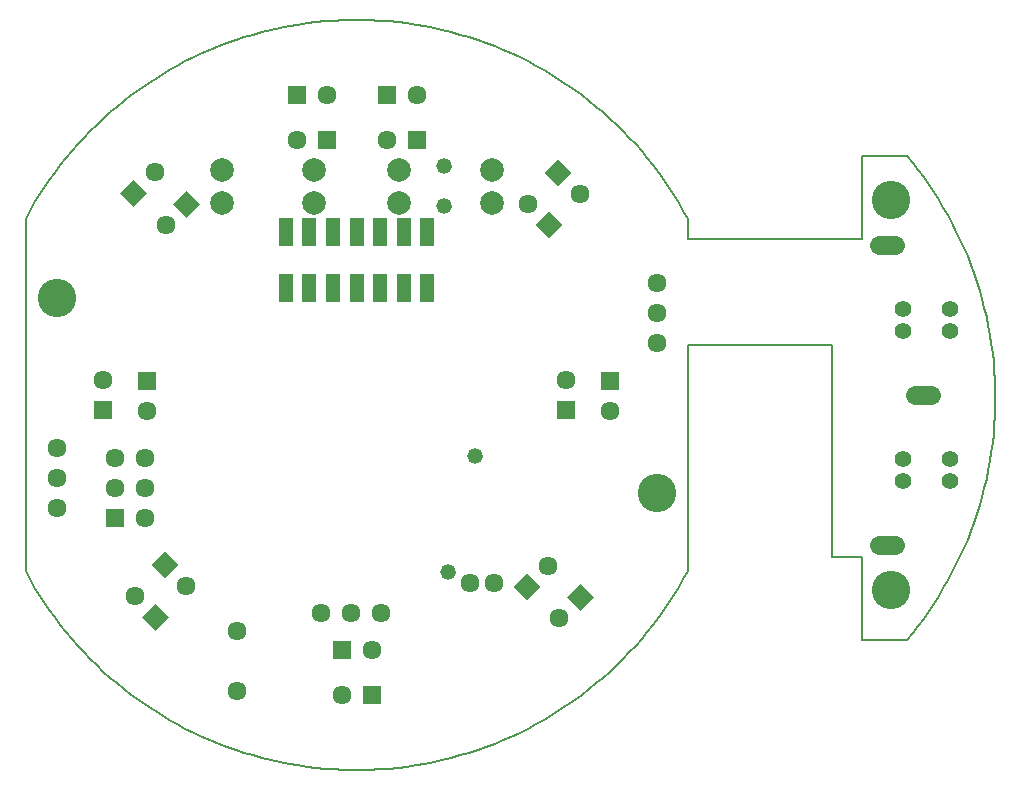
<source format=gbs>
G75*
%MOIN*%
%OFA0B0*%
%FSLAX24Y24*%
%IPPOS*%
%LPD*%
%AMOC8*
5,1,8,0,0,1.08239X$1,22.5*
%
%ADD10C,0.0080*%
%ADD11R,0.0635X0.0635*%
%ADD12C,0.0635*%
%ADD13C,0.0520*%
%ADD14R,0.0635X0.0635*%
%ADD15C,0.0792*%
%ADD16C,0.1280*%
%ADD17R,0.0474X0.0946*%
%ADD18C,0.0556*%
%ADD19C,0.0635*%
D10*
X005768Y008412D02*
X005768Y020148D01*
X005914Y020415D01*
X006066Y020678D01*
X006225Y020937D01*
X006390Y021192D01*
X006561Y021444D01*
X006739Y021691D01*
X006922Y021933D01*
X007111Y022171D01*
X007305Y022405D01*
X007506Y022633D01*
X007712Y022857D01*
X007923Y023075D01*
X008139Y023289D01*
X008361Y023497D01*
X008588Y023699D01*
X008819Y023896D01*
X009055Y024088D01*
X009296Y024273D01*
X009541Y024453D01*
X009791Y024626D01*
X010044Y024794D01*
X010302Y024955D01*
X010563Y025110D01*
X010829Y025259D01*
X011097Y025401D01*
X011369Y025536D01*
X011645Y025665D01*
X011923Y025787D01*
X012204Y025903D01*
X012488Y026011D01*
X012775Y026112D01*
X013064Y026207D01*
X013355Y026294D01*
X013648Y026375D01*
X013943Y026448D01*
X014240Y026514D01*
X014538Y026573D01*
X014837Y026624D01*
X015138Y026668D01*
X015440Y026705D01*
X015742Y026735D01*
X016046Y026757D01*
X016349Y026772D01*
X016653Y026779D01*
X016957Y026779D01*
X017261Y026772D01*
X017564Y026757D01*
X017868Y026735D01*
X018170Y026705D01*
X018472Y026668D01*
X018773Y026624D01*
X019072Y026573D01*
X019370Y026514D01*
X019667Y026448D01*
X019962Y026375D01*
X020255Y026294D01*
X020546Y026207D01*
X020835Y026112D01*
X021122Y026011D01*
X021406Y025903D01*
X021687Y025787D01*
X021965Y025665D01*
X022241Y025536D01*
X022513Y025401D01*
X022781Y025259D01*
X023047Y025110D01*
X023308Y024955D01*
X023566Y024794D01*
X023819Y024626D01*
X024069Y024453D01*
X024314Y024273D01*
X024555Y024088D01*
X024791Y023896D01*
X025022Y023699D01*
X025249Y023497D01*
X025471Y023289D01*
X025687Y023075D01*
X025898Y022857D01*
X026104Y022633D01*
X026305Y022405D01*
X026499Y022171D01*
X026688Y021933D01*
X026871Y021691D01*
X027049Y021444D01*
X027220Y021192D01*
X027385Y020937D01*
X027544Y020678D01*
X027696Y020415D01*
X027842Y020148D01*
X027841Y020148D02*
X027841Y019497D01*
X033635Y019497D01*
X033635Y022252D01*
X035144Y022252D01*
X032651Y015953D02*
X027841Y015953D01*
X027841Y008412D01*
X032651Y008867D02*
X033635Y008867D01*
X033635Y006111D01*
X035144Y006111D01*
X032651Y008867D02*
X032651Y015953D01*
X035143Y022253D02*
X035336Y022019D01*
X035523Y021781D01*
X035704Y021539D01*
X035879Y021292D01*
X036048Y021041D01*
X036211Y020786D01*
X036367Y020528D01*
X036518Y020265D01*
X036662Y019999D01*
X036799Y019730D01*
X036930Y019457D01*
X037055Y019181D01*
X037172Y018903D01*
X037283Y018621D01*
X037387Y018337D01*
X037484Y018050D01*
X037574Y017762D01*
X037658Y017471D01*
X037734Y017178D01*
X037803Y016883D01*
X037864Y016587D01*
X037919Y016290D01*
X037966Y015991D01*
X038007Y015691D01*
X038039Y015390D01*
X038065Y015089D01*
X038083Y014787D01*
X038094Y014485D01*
X038098Y014182D01*
X038094Y013879D01*
X038083Y013577D01*
X038065Y013275D01*
X038039Y012974D01*
X038007Y012673D01*
X037966Y012373D01*
X037919Y012074D01*
X037864Y011777D01*
X037803Y011481D01*
X037734Y011186D01*
X037658Y010893D01*
X037574Y010602D01*
X037484Y010314D01*
X037387Y010027D01*
X037283Y009743D01*
X037172Y009461D01*
X037055Y009183D01*
X036930Y008907D01*
X036799Y008634D01*
X036662Y008365D01*
X036518Y008099D01*
X036367Y007836D01*
X036211Y007578D01*
X036048Y007323D01*
X035879Y007072D01*
X035704Y006825D01*
X035523Y006583D01*
X035336Y006345D01*
X035143Y006111D01*
X027842Y008412D02*
X027696Y008145D01*
X027544Y007882D01*
X027385Y007623D01*
X027220Y007368D01*
X027049Y007116D01*
X026871Y006869D01*
X026688Y006627D01*
X026499Y006389D01*
X026305Y006155D01*
X026104Y005927D01*
X025898Y005703D01*
X025687Y005485D01*
X025471Y005271D01*
X025249Y005063D01*
X025022Y004861D01*
X024791Y004664D01*
X024555Y004472D01*
X024314Y004287D01*
X024069Y004107D01*
X023819Y003934D01*
X023566Y003766D01*
X023308Y003605D01*
X023047Y003450D01*
X022781Y003301D01*
X022513Y003159D01*
X022241Y003024D01*
X021965Y002895D01*
X021687Y002773D01*
X021406Y002657D01*
X021122Y002549D01*
X020835Y002448D01*
X020546Y002353D01*
X020255Y002266D01*
X019962Y002185D01*
X019667Y002112D01*
X019370Y002046D01*
X019072Y001987D01*
X018773Y001936D01*
X018472Y001892D01*
X018170Y001855D01*
X017868Y001825D01*
X017564Y001803D01*
X017261Y001788D01*
X016957Y001781D01*
X016653Y001781D01*
X016349Y001788D01*
X016046Y001803D01*
X015742Y001825D01*
X015440Y001855D01*
X015138Y001892D01*
X014837Y001936D01*
X014538Y001987D01*
X014240Y002046D01*
X013943Y002112D01*
X013648Y002185D01*
X013355Y002266D01*
X013064Y002353D01*
X012775Y002448D01*
X012488Y002549D01*
X012204Y002657D01*
X011923Y002773D01*
X011645Y002895D01*
X011369Y003024D01*
X011097Y003159D01*
X010829Y003301D01*
X010563Y003450D01*
X010302Y003605D01*
X010044Y003766D01*
X009791Y003934D01*
X009541Y004107D01*
X009296Y004287D01*
X009055Y004472D01*
X008819Y004664D01*
X008588Y004861D01*
X008361Y005063D01*
X008139Y005271D01*
X007923Y005485D01*
X007712Y005703D01*
X007506Y005927D01*
X007305Y006155D01*
X007111Y006389D01*
X006922Y006627D01*
X006739Y006869D01*
X006561Y007116D01*
X006390Y007368D01*
X006225Y007623D01*
X006066Y007882D01*
X005914Y008145D01*
X005768Y008412D01*
D11*
X008755Y010180D03*
X008352Y013770D03*
X009801Y014740D03*
X015805Y022780D03*
X014805Y024280D03*
X017805Y024280D03*
X018805Y022780D03*
X025241Y014747D03*
X023792Y013776D03*
X016305Y005780D03*
X017305Y004280D03*
D12*
X009404Y007581D03*
X011115Y007919D03*
X012805Y006405D03*
X012805Y004405D03*
X016305Y004280D03*
X017305Y005780D03*
X017605Y007030D03*
X016605Y007030D03*
X015605Y007030D03*
X020586Y008011D03*
X021373Y008011D03*
X023190Y008594D03*
X023551Y006834D03*
X025241Y013747D03*
X023792Y014776D03*
X026805Y016030D03*
X026805Y017030D03*
X026805Y018030D03*
X024237Y020987D03*
X022512Y020662D03*
X017805Y022780D03*
X018805Y024280D03*
X015805Y024280D03*
X014805Y022780D03*
X010435Y019938D03*
X010086Y021710D03*
X008352Y014770D03*
X009801Y013740D03*
X009755Y012180D03*
X008755Y012180D03*
X008755Y011180D03*
X009755Y011180D03*
X009755Y010180D03*
X006805Y010530D03*
X006805Y011530D03*
X006805Y012530D03*
D13*
X019840Y008392D03*
X020765Y012248D03*
X019730Y020588D03*
X019730Y021925D03*
D14*
G36*
X023219Y020403D02*
X023667Y019955D01*
X023219Y019507D01*
X022771Y019955D01*
X023219Y020403D01*
G37*
G36*
X023530Y021246D02*
X023082Y021694D01*
X023530Y022142D01*
X023978Y021694D01*
X023530Y021246D01*
G37*
G36*
X010694Y020645D02*
X011142Y021093D01*
X011590Y020645D01*
X011142Y020197D01*
X010694Y020645D01*
G37*
G36*
X009827Y021003D02*
X009379Y020555D01*
X008931Y021003D01*
X009379Y021451D01*
X009827Y021003D01*
G37*
G36*
X010408Y008178D02*
X009960Y008626D01*
X010408Y009074D01*
X010856Y008626D01*
X010408Y008178D01*
G37*
G36*
X010112Y007322D02*
X010560Y006874D01*
X010112Y006426D01*
X009664Y006874D01*
X010112Y007322D01*
G37*
G36*
X022931Y007887D02*
X022483Y007439D01*
X022035Y007887D01*
X022483Y008335D01*
X022931Y007887D01*
G37*
G36*
X023810Y007541D02*
X024258Y007989D01*
X024706Y007541D01*
X024258Y007093D01*
X023810Y007541D01*
G37*
D15*
X021305Y020680D03*
X021305Y021780D03*
X018221Y021780D03*
X018221Y020680D03*
X015388Y020680D03*
X015388Y021780D03*
X012305Y021780D03*
X012305Y020680D03*
D16*
X006805Y017530D03*
X026805Y011030D03*
X034620Y007784D03*
X034620Y020776D03*
D17*
X019167Y019725D03*
X018379Y019725D03*
X017592Y019725D03*
X016805Y019725D03*
X016017Y019725D03*
X015230Y019725D03*
X014442Y019725D03*
X014442Y017835D03*
X015230Y017835D03*
X016017Y017835D03*
X016805Y017835D03*
X017592Y017835D03*
X018379Y017835D03*
X019167Y017835D03*
D18*
X035017Y017134D03*
X035017Y016426D03*
X036592Y016426D03*
X036592Y017134D03*
X036592Y012134D03*
X036592Y011426D03*
X035017Y011426D03*
X035017Y012134D03*
D19*
X035405Y014280D02*
X035960Y014280D01*
X034760Y009280D02*
X034205Y009280D01*
X034205Y019280D02*
X034760Y019280D01*
M02*

</source>
